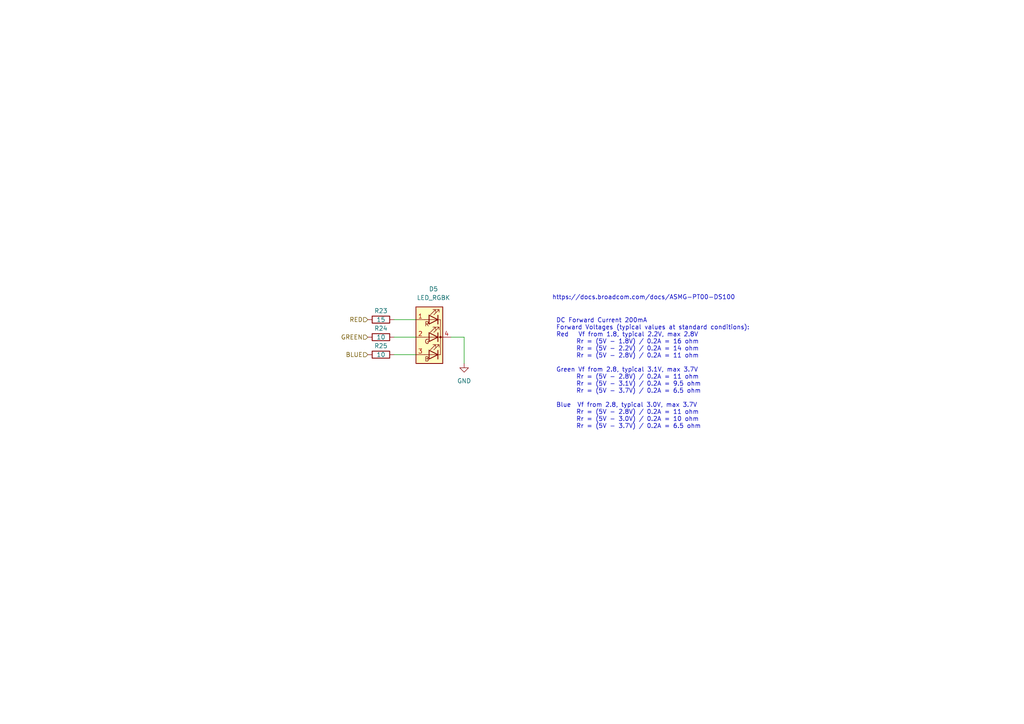
<source format=kicad_sch>
(kicad_sch (version 20210126) (generator eeschema)
  (paper "A4")
  (title_block (title "Basic Schematic 8"))
  (lib_symbols
    (symbol "Device:LED_RGBK" (pin_names (offset 0) hide)
      (property "Reference" "D5" (at 0 13.97 0))
      (property "Value" "LED_RGBK" (at 0 11.43 0))
      (symbol "LED_RGBK_0_0"
        (text "B" (at -1.905 -6.35 0) (effects (font (size 1.27 1.27))))
        (text "G" (at -1.905 -1.27 0) (effects (font (size 1.27 1.27))))
        (text "R" (at -1.905 3.81 0) (effects (font (size 1.27 1.27))))
      )
      (symbol "LED_RGBK_0_1"
        (circle (center 2.032 0) (radius 0.254) (fill (type outline)))
        (rectangle (start -1.27 -1.27) (end -1.27 1.27))
        (rectangle (start -1.27 1.27) (end -1.27 1.27))
        (rectangle (start -1.27 3.81) (end -1.27 6.35))
        (rectangle (start -1.27 6.35) (end -1.27 6.35))
        (rectangle (start -5.08 8.763) (end 2.6924 -7.62) (stroke (width 0.254)) (fill (type background)))
        (polyline (pts (xy -1.27 -5.08) (xy -2.54 -5.08)))
        (polyline (pts (xy -1.27 0) (xy -2.54 0)))
        (polyline (pts (xy -1.27 0) (xy 1.27 0)))
        (polyline (pts (xy -1.27 5.08) (xy -2.54 5.08)))
        (polyline (pts (xy 1.27 -5.08) (xy -1.27 -5.08)))
        (polyline (pts (xy 1.27 -3.81) (xy 1.27 -6.35)) (stroke (width 0.254)))
        (polyline (pts (xy 1.27 0) (xy 2.54 0)))
        (polyline (pts (xy 1.27 1.27) (xy 1.27 -1.27)) (stroke (width 0.254)))
        (polyline (pts (xy 1.27 5.08) (xy -1.27 5.08)))
        (polyline (pts (xy 1.27 6.35) (xy 1.27 3.81)) (stroke (width 0.254)))
        (polyline (pts (xy 1.27 1.27) (xy 1.27 -1.27) (xy 1.27 -1.27)))
        (polyline (pts (xy 1.27 6.35) (xy 1.27 3.81) (xy 1.27 3.81)))
        (polyline (pts (xy -1.27 -3.81) (xy -1.27 -6.35) (xy 1.27 -5.08) (xy -1.27 -3.81)) (stroke (width 0.254)))
        (polyline (pts (xy -1.27 1.27) (xy -1.27 -1.27) (xy 1.27 0) (xy -1.27 1.27)) (stroke (width 0.254)))
        (polyline (pts (xy -1.27 6.35) (xy -1.27 3.81) (xy 1.27 5.08) (xy -1.27 6.35)) (stroke (width 0.254)))
        (polyline (pts (xy 1.27 5.08) (xy 2.032 5.08) (xy 2.032 -5.08) (xy 1.016 -5.08)))
        (polyline (pts (xy -0.9144 -3.683) (xy 0.6096 -2.159) (xy -0.1524 -2.159) (xy 0.6096 -2.159) (xy 0.6096 -2.921)))
        (polyline (pts (xy -0.9144 1.397) (xy 0.6096 2.921) (xy -0.1524 2.921) (xy 0.6096 2.921) (xy 0.6096 2.159)))
        (polyline (pts (xy -0.9144 6.477) (xy 0.6096 8.001) (xy -0.1524 8.001) (xy 0.6096 8.001) (xy 0.6096 7.239)))
        (polyline (pts (xy 0.1016 -3.683) (xy 1.6256 -2.159) (xy 0.8636 -2.159) (xy 1.6256 -2.159) (xy 1.6256 -2.921)))
        (polyline (pts (xy 0.1016 1.397) (xy 1.6256 2.921) (xy 0.8636 2.921) (xy 1.6256 2.921) (xy 1.6256 2.159)))
        (polyline (pts (xy 0.1016 6.477) (xy 1.6256 8.001) (xy 0.8636 8.001) (xy 1.6256 8.001) (xy 1.6256 7.239)))
      )
      (symbol "LED_RGBK_1_1"
        (pin passive line (at -5.08 5.08 0) (length 2.54) (name "RA") (number "1"))
        (pin passive line (at -5.08 0 0) (length 2.54) (name "GA") (number "2"))
        (pin passive line (at -5.08 -5.08 0) (length 2.54) (name "BA") (number "3"))
        (pin passive line (at 5.08 0 180) (length 2.54) (name "K") (number "4"))
      )
    )
    (symbol "Device:R" (pin_numbers hide) (pin_names (offset 0))
      (property "Reference" "R" (at 2.032 0 90))
      (property "Value" "R" (at 0 0 90))
      (symbol "R_0_1"
        (rectangle (start -1.016 -2.54) (end 1.016 2.54) (stroke (width 0.254)))
      )
      (symbol "R_1_1"
        (pin passive line (at 0 3.81 270) (length 1.27) (name "~") (number "1"))
        (pin passive line (at 0 -3.81 90) (length 1.27) (name "~") (number "2"))
      )
    )
    (symbol "power:GND" (power) (pin_names (offset 0))
      (property "Value" "GND" (at 0 -3.81 0))
      (symbol "GND_0_1"
        (polyline (pts (xy 0 0) (xy 0 -1.27) (xy 1.27 -1.27) (xy 0 -2.54) (xy -1.27 -1.27) (xy 0 -1.27)))
      )
      (symbol "GND_1_1"
        (pin power_in line (at 0 0 270) (length 0) hide (name "GND") (number "1"))
      )
    )
  )
  (wire (pts (xy 114.3 92.71) (xy 120.65 92.71)))
  (wire (pts (xy 114.3 97.79) (xy 120.65 97.79)))
  (wire (pts (xy 114.3 102.87) (xy 120.65 102.87)))
  (wire (pts (xy 130.81 97.79) (xy 134.62 97.79)))
  (wire (pts (xy 134.62 97.79) (xy 134.62 105.41)))
  (text "DC Forward Current 200mA\nForward Voltages (typical values at standard conditions):\nRed   Vf from 1.8, typical 2.2V, max 2.8V\n      Rr = (5V - 1.8V) / 0.2A = 16 ohm\n      Rr = (5V - 2.2V) / 0.2A = 14 ohm\n      Rr = (5V - 2.8V) / 0.2A = 11 ohm\n\nGreen Vf from 2.8, typical 3.1V, max 3.7V\n      Rr = (5V - 2.8V) / 0.2A = 11 ohm\n      Rr = (5V - 3.1V) / 0.2A = 9.5 ohm\n      Rr = (5V - 3.7V) / 0.2A = 6.5 ohm\n\nBlue  Vf from 2.8, typical 3.0V, max 3.7V\n      Rr = (5V - 2.8V) / 0.2A = 11 ohm\n      Rr = (5V - 3.0V) / 0.2A = 10 ohm\n      Rr = (5V - 3.7V) / 0.2A = 6.5 ohm" (at 161.29 124.46 0) (effects (font (size 1.27 1.27)) (justify left bottom)))
  (text "https://docs.broadcom.com/docs/ASMG-PT00-DS100" (at 186.69 86.36 180) (effects (font (size 1.27 1.27))))
  (hierarchical_label "RED" (shape input) (at 106.68 92.71 180))
  (hierarchical_label "GREEN" (shape input) (at 106.68 97.79 180))
  (hierarchical_label "BLUE" (shape input) (at 106.68 102.87 180))
  (symbol (lib_id "power:GND") (at 134.62 105.41 0) (unit 1)
    (property "Reference" "#PWR0116" (effects hide))
    (property "Value" "GND" (at 134.62 110.49 0))
  )
  (symbol (lib_id "Device:R") (at 110.49 92.71 90) (unit 1)
    (property "Reference" "R23" (at 110.49 90.17 90))
    (property "Value" "15" (at 110.49 92.71 90))
  )
  (symbol (lib_id "Device:R") (at 110.49 97.79 90) (unit 1)
    (property "Reference" "R24" (at 110.49 95.25 90))
    (property "Value" "10" (at 110.49 97.79 90))
  )
  (symbol (lib_id "Device:R") (at 110.49 102.87 90) (unit 1)
    (property "Reference" "R25" (at 110.49 100.33 90))
    (property "Value" "10" (at 110.49 102.87 90))
  )
  (symbol (lib_id "Device:LED_RGBK") (at 125.73 97.79 0) (unit 1)
    (property "Reference" "D5" (at 125.73 83.82 0))
    (property "Value" "LED_RGBK" (at 125.73 86.36 0))
  )
)
</source>
